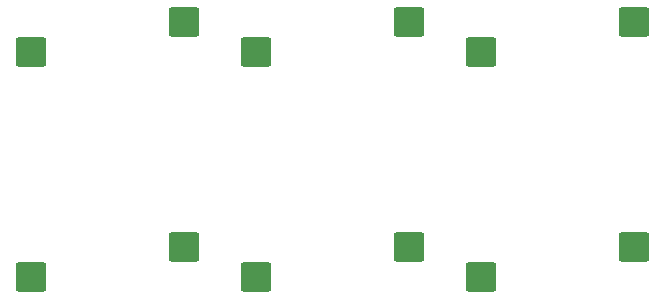
<source format=gbp>
G04 #@! TF.GenerationSoftware,KiCad,Pcbnew,9.0.2*
G04 #@! TF.CreationDate,2025-09-21T22:05:50-04:00*
G04 #@! TF.ProjectId,vWAN-macropad,7657414e-2d6d-4616-9372-6f7061642e6b,v1*
G04 #@! TF.SameCoordinates,Original*
G04 #@! TF.FileFunction,Paste,Bot*
G04 #@! TF.FilePolarity,Positive*
%FSLAX46Y46*%
G04 Gerber Fmt 4.6, Leading zero omitted, Abs format (unit mm)*
G04 Created by KiCad (PCBNEW 9.0.2) date 2025-09-21 22:05:50*
%MOMM*%
%LPD*%
G01*
G04 APERTURE LIST*
G04 Aperture macros list*
%AMRoundRect*
0 Rectangle with rounded corners*
0 $1 Rounding radius*
0 $2 $3 $4 $5 $6 $7 $8 $9 X,Y pos of 4 corners*
0 Add a 4 corners polygon primitive as box body*
4,1,4,$2,$3,$4,$5,$6,$7,$8,$9,$2,$3,0*
0 Add four circle primitives for the rounded corners*
1,1,$1+$1,$2,$3*
1,1,$1+$1,$4,$5*
1,1,$1+$1,$6,$7*
1,1,$1+$1,$8,$9*
0 Add four rect primitives between the rounded corners*
20,1,$1+$1,$2,$3,$4,$5,0*
20,1,$1+$1,$4,$5,$6,$7,0*
20,1,$1+$1,$6,$7,$8,$9,0*
20,1,$1+$1,$8,$9,$2,$3,0*%
G04 Aperture macros list end*
%ADD10RoundRect,0.200000X1.075000X1.050000X-1.075000X1.050000X-1.075000X-1.050000X1.075000X-1.050000X0*%
G04 APERTURE END LIST*
D10*
X150522000Y-120904000D03*
X163449000Y-118364000D03*
X169572000Y-120904000D03*
X182499000Y-118364000D03*
X131472000Y-101854000D03*
X144399000Y-99314000D03*
X131472000Y-120904000D03*
X144399000Y-118364000D03*
X169572000Y-101854000D03*
X182499000Y-99314000D03*
X150522000Y-101854000D03*
X163449000Y-99314000D03*
M02*

</source>
